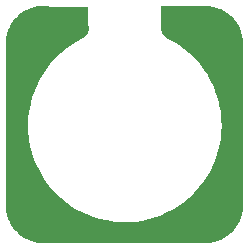
<source format=gts>
%FSTAX44Y44*%
%MOMM*%
%SFA1B1*%

%IPPOS*%
%ADD13C,1.799996*%
%ADD14C,2.199996*%
%ADD15R,1.314597X14.216172*%
%ADD16R,4.015892X2.021096*%
%ADD17R,3.811692X1.776896*%
%ADD18R,1.716897X13.842972*%
%ADD19R,14.096972X1.523997*%
%ADD20C,2.403195*%
%LNpcb1-1*%
%LPD*%
G54D13*
X00029051Y00149963D02*
D01*
X00023445Y00147008*
X00018058Y00143669*
X00012918Y00139962*
X00008048Y00135905*
X00003473Y00131519*
X-00000783Y00126824*
X-00004703Y00121844*
X-00008265Y00116602*
X-00011454Y00111125*
X-00014252Y00105438*
X-00016647Y00099571*
X-00018627Y0009355*
X-00020182Y00087406*
X-00021305Y00081169*
X-0002199Y00074868*
X-00022234Y00068535*
X-00022035Y000622*
X-00021395Y00055895*
X-00020317Y0004965*
X-00018806Y00043495*
X-00016869Y0003746*
X-00014516Y00031576*
X-00011758Y00025869*
X-00008608Y0002037*
X-00005083Y00015103*
X-00001199Y00010094*
X00003024Y0000537*
X00007567Y00000951*
X00012407Y-00003139*
X00017522Y-00006883*
X00022884Y-0001026*
X0002847Y-00013256*
X0003425Y-00015854*
X00040198Y-00018043*
X00046284Y-00019812*
X00052478Y-00021151*
X00058751Y-00022056*
X00065072Y-0002252*
X0007141Y-00022543*
X00077734Y-00022123*
X00084013Y-00021264*
X00090217Y-00019968*
X00096315Y-00018243*
X00102278Y-00016096*
X00108077Y-00013539*
X00113684Y-00010584*
X00119071Y-00007245*
X00124211Y-00003538*
X00129081Y00000518*
X00133655Y00004904*
X00137913Y00009599*
X00141833Y00014579*
X00145395Y0001982*
X00148584Y00025298*
X00151382Y00030984*
X00153777Y00036852*
X00155757Y00042872*
X00157312Y00049016*
X00158435Y00055254*
X0015912Y00061555*
X00159364Y00067888*
X00159165Y00074222*
X00158525Y00080528*
X00157447Y00086773*
X00155936Y00092928*
X00153999Y00098962*
X00151646Y00104847*
X00148888Y00110554*
X00145738Y00116053*
X00142213Y0012132*
X00138329Y00126328*
X00134105Y00131053*
X00129562Y00135472*
X00124721Y00139563*
X00119607Y00143307*
X00114244Y00146684*
X00108659Y0014968*
X00107945Y00150027*
G54D14*
X00018192Y00147097D02*
D01*
X00017453Y00148342*
X00016628Y00149532*
X00015722Y00150662*
X0001474Y00151726*
X00013686Y00152719*
X00012565Y00153635*
X00011383Y00154472*
X00010145Y00155223*
X00008858Y00155887*
X00007528Y00156459*
X00006161Y00156937*
X00004765Y00157319*
X00003344Y00157602*
X00001908Y00157786*
X00000463Y00157868*
X-00000984Y0015785*
X-00002427Y00157731*
X-00003859Y00157512*
X-00005271Y00157193*
X-00006658Y00156776*
X-00008012Y00156264*
X-00009327Y00155658*
X-00010597Y00154962*
X-00011815Y0015418*
X-00012976Y00153314*
X-00014074Y00152369*
X-00015102Y0015135*
X-00016058Y00150262*
X-00016935Y0014911*
X-00017729Y00147899*
X-00018437Y00146636*
X-00019056Y00145327*
X-00019581Y00143978*
X-00020011Y00142595*
X-00020344Y00141186*
X-00020578Y00139757*
X-00020711Y00138315*
X-00020743Y00136867*
X-00020674Y00135421*
X-00020505Y00133983*
X-00020235Y0013256*
X-00019867Y0013116*
X-00019403Y00129788*
X-00018844Y00128453*
X-00018192Y00127159*
X-00017453Y00125915*
X-00016628Y00124724*
X-00015722Y00123595*
X-0001474Y00122531*
X-00013686Y00121538*
X-00012565Y00120622*
X-00011383Y00119785*
X-00010699Y00119355*
X00119337Y-00010669D02*
D01*
X00120125Y-00011884*
X00120995Y-00013041*
X00121945Y-00014135*
X00122968Y-0001516*
X0012406Y-0001611*
X00125215Y-00016983*
X00126429Y-00017772*
X00127695Y-00018475*
X00129007Y-00019088*
X00130358Y-00019608*
X00131742Y-00020033*
X00133153Y-0002036*
X00134583Y-00020587*
X00136025Y-00020714*
X00137473Y-00020741*
X00138919Y-00020666*
X00140356Y-00020491*
X00141778Y-00020216*
X00143177Y-00019842*
X00144546Y-00019372*
X00145879Y-00018807*
X0014717Y-00018151*
X00148412Y-00017406*
X00149598Y-00016577*
X00150724Y-00015666*
X00151784Y-0001468*
X00152773Y-00013622*
X00153685Y-00012497*
X00154516Y-00011311*
X00155263Y-00010071*
X00155921Y-00008781*
X00156488Y-00007449*
X00156961Y-0000608*
X00157336Y-00004682*
X00157614Y-00003261*
X00157791Y-00001824*
X00157868Y-00000378*
X00157844Y00001069*
X00157719Y00002511*
X00157494Y00003941*
X00157169Y00005353*
X00156747Y00006737*
X00156229Y0000809*
X00155618Y00009402*
X00154917Y00010669*
X0015413Y00011884*
X00153259Y00013041*
X0015231Y00014135*
X00151287Y0001516*
X00150253Y00016064*
X-00013648Y00015622D02*
D01*
X-00014705Y00014632*
X-0001569Y00013571*
X-00016598Y00012443*
X-00017426Y00011255*
X-00018169Y00010012*
X-00018823Y0000872*
X-00019385Y00007386*
X-00019853Y00006015*
X-00020225Y00004616*
X-00020497Y00003194*
X-0002067Y00001756*
X-00020742Y0000031*
X-00020714Y-00001136*
X-00020584Y-00002579*
X-00020354Y-00004008*
X-00020025Y-00005418*
X-00019598Y-00006802*
X-00019075Y-00008153*
X-0001846Y-00009463*
X-00017755Y-00010728*
X-00016963Y-00011941*
X-00016089Y-00013095*
X-00015137Y-00014185*
X-0001411Y-00015207*
X-00013015Y-00016154*
X-00011856Y-00017023*
X-0001064Y-00017808*
X-00009372Y-00018507*
X-00008058Y-00019116*
X-00006705Y-00019631*
X-00005319Y-00020051*
X-00003907Y-00020373*
X-00002477Y-00020596*
X-00001034Y-00020719*
X00000413Y-00020741*
X00001859Y-00020661*
X00003295Y-00020481*
X00004716Y-00020201*
X00006114Y-00019823*
X00007482Y-00019348*
X00008813Y-00018779*
X00010102Y-00018119*
X00011341Y-0001737*
X00012525Y-00016536*
X00013648Y-00015622*
X00014705Y-00014632*
X0001569Y-00013571*
X00016598Y-00012443*
X00017426Y-00011255*
X00017838Y-00010588*
X00147957Y00119434D02*
D01*
X00149165Y00120233*
X00150314Y00121114*
X001514Y00122072*
X00152415Y00123105*
X00153356Y00124205*
X00154218Y00125369*
X00154997Y00126589*
X00155688Y00127862*
X0015629Y00129179*
X00156797Y00130535*
X00157209Y00131923*
X00157524Y00133336*
X00157738Y00134768*
X00157853Y00136212*
X00157866Y0013766*
X00157779Y00139105*
X0015759Y0014054*
X00157303Y0014196*
X00156917Y00143355*
X00156434Y0014472*
X00155857Y00146048*
X00155189Y00147333*
X00154434Y00148568*
X00153594Y00149747*
X00152673Y00150865*
X00151677Y00151916*
X0015061Y00152895*
X00149477Y00153797*
X00148284Y00154618*
X00147037Y00155354*
X00145742Y00156*
X00144404Y00156555*
X00143031Y00157015*
X0014163Y00157379*
X00140206Y00157644*
X00138768Y00157808*
X00137321Y00157872*
X00135874Y00157835*
X00134432Y00157697*
X00133004Y00157459*
X00131596Y00157122*
X00130215Y00156687*
X00128867Y00156157*
X0012756Y00155535*
X00126299Y00154822*
X00125091Y00154024*
X00123942Y00153143*
X00122857Y00152184*
X00121842Y00151152*
X00120901Y00150052*
X00120039Y00148888*
X00119296Y00147729*
G54D15*
X00162244Y00068558D03*
G54D16*
X00118978Y00158742D03*
G54D17*
X00019057Y00159953D03*
G54D18*
X-00023115Y00070424D03*
G54D19*
X00068653Y-00024189D03*
G54D20*
X00137128Y00137128D03*
Y0D03*
X0D03*
Y00137128D03*
M02*
</source>
